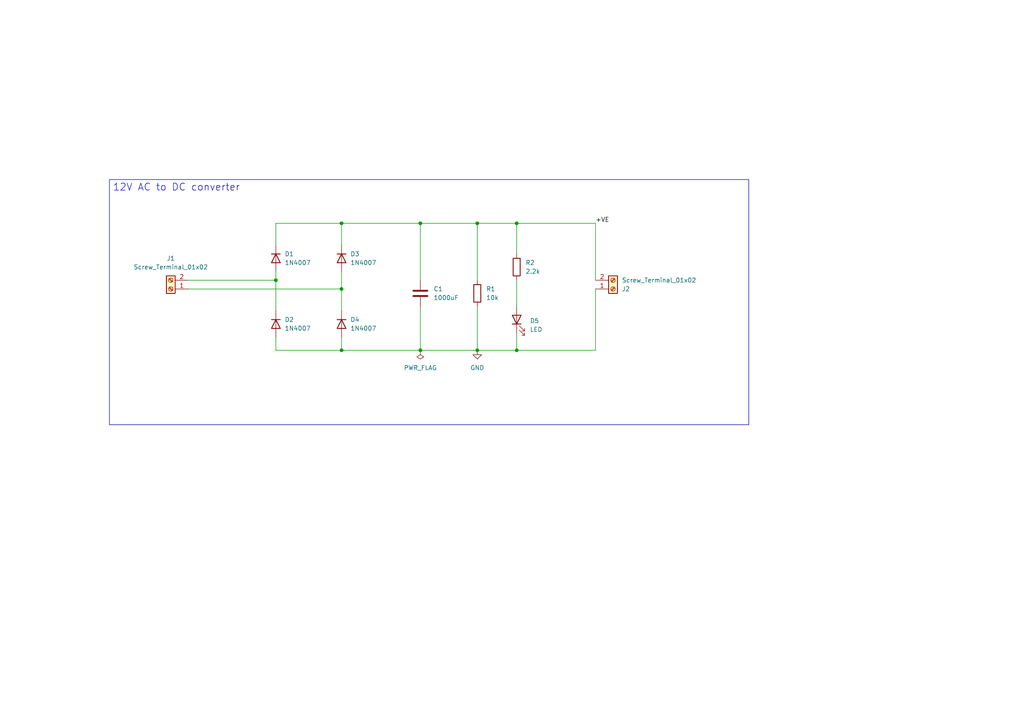
<source format=kicad_sch>
(kicad_sch
	(version 20250114)
	(generator "eeschema")
	(generator_version "9.0")
	(uuid "aad5f310-d43e-4486-8fc8-5a4cab25f95e")
	(paper "A4")
	(title_block
		(title "ACtoDCconverter")
		(date "2025-12-18")
	)
	(lib_symbols
		(symbol "Connector:Screw_Terminal_01x02"
			(pin_names
				(offset 1.016)
				(hide yes)
			)
			(exclude_from_sim no)
			(in_bom yes)
			(on_board yes)
			(property "Reference" "J"
				(at 0 2.54 0)
				(effects
					(font
						(size 1.27 1.27)
					)
				)
			)
			(property "Value" "Screw_Terminal_01x02"
				(at 0 -5.08 0)
				(effects
					(font
						(size 1.27 1.27)
					)
				)
			)
			(property "Footprint" ""
				(at 0 0 0)
				(effects
					(font
						(size 1.27 1.27)
					)
					(hide yes)
				)
			)
			(property "Datasheet" "~"
				(at 0 0 0)
				(effects
					(font
						(size 1.27 1.27)
					)
					(hide yes)
				)
			)
			(property "Description" "Generic screw terminal, single row, 01x02, script generated (kicad-library-utils/schlib/autogen/connector/)"
				(at 0 0 0)
				(effects
					(font
						(size 1.27 1.27)
					)
					(hide yes)
				)
			)
			(property "ki_keywords" "screw terminal"
				(at 0 0 0)
				(effects
					(font
						(size 1.27 1.27)
					)
					(hide yes)
				)
			)
			(property "ki_fp_filters" "TerminalBlock*:*"
				(at 0 0 0)
				(effects
					(font
						(size 1.27 1.27)
					)
					(hide yes)
				)
			)
			(symbol "Screw_Terminal_01x02_1_1"
				(rectangle
					(start -1.27 1.27)
					(end 1.27 -3.81)
					(stroke
						(width 0.254)
						(type default)
					)
					(fill
						(type background)
					)
				)
				(polyline
					(pts
						(xy -0.5334 0.3302) (xy 0.3302 -0.508)
					)
					(stroke
						(width 0.1524)
						(type default)
					)
					(fill
						(type none)
					)
				)
				(polyline
					(pts
						(xy -0.5334 -2.2098) (xy 0.3302 -3.048)
					)
					(stroke
						(width 0.1524)
						(type default)
					)
					(fill
						(type none)
					)
				)
				(polyline
					(pts
						(xy -0.3556 0.508) (xy 0.508 -0.3302)
					)
					(stroke
						(width 0.1524)
						(type default)
					)
					(fill
						(type none)
					)
				)
				(polyline
					(pts
						(xy -0.3556 -2.032) (xy 0.508 -2.8702)
					)
					(stroke
						(width 0.1524)
						(type default)
					)
					(fill
						(type none)
					)
				)
				(circle
					(center 0 0)
					(radius 0.635)
					(stroke
						(width 0.1524)
						(type default)
					)
					(fill
						(type none)
					)
				)
				(circle
					(center 0 -2.54)
					(radius 0.635)
					(stroke
						(width 0.1524)
						(type default)
					)
					(fill
						(type none)
					)
				)
				(pin passive line
					(at -5.08 0 0)
					(length 3.81)
					(name "Pin_1"
						(effects
							(font
								(size 1.27 1.27)
							)
						)
					)
					(number "1"
						(effects
							(font
								(size 1.27 1.27)
							)
						)
					)
				)
				(pin passive line
					(at -5.08 -2.54 0)
					(length 3.81)
					(name "Pin_2"
						(effects
							(font
								(size 1.27 1.27)
							)
						)
					)
					(number "2"
						(effects
							(font
								(size 1.27 1.27)
							)
						)
					)
				)
			)
			(embedded_fonts no)
		)
		(symbol "Device:C"
			(pin_numbers
				(hide yes)
			)
			(pin_names
				(offset 0.254)
			)
			(exclude_from_sim no)
			(in_bom yes)
			(on_board yes)
			(property "Reference" "C"
				(at 0.635 2.54 0)
				(effects
					(font
						(size 1.27 1.27)
					)
					(justify left)
				)
			)
			(property "Value" "C"
				(at 0.635 -2.54 0)
				(effects
					(font
						(size 1.27 1.27)
					)
					(justify left)
				)
			)
			(property "Footprint" ""
				(at 0.9652 -3.81 0)
				(effects
					(font
						(size 1.27 1.27)
					)
					(hide yes)
				)
			)
			(property "Datasheet" "~"
				(at 0 0 0)
				(effects
					(font
						(size 1.27 1.27)
					)
					(hide yes)
				)
			)
			(property "Description" "Unpolarized capacitor"
				(at 0 0 0)
				(effects
					(font
						(size 1.27 1.27)
					)
					(hide yes)
				)
			)
			(property "ki_keywords" "cap capacitor"
				(at 0 0 0)
				(effects
					(font
						(size 1.27 1.27)
					)
					(hide yes)
				)
			)
			(property "ki_fp_filters" "C_*"
				(at 0 0 0)
				(effects
					(font
						(size 1.27 1.27)
					)
					(hide yes)
				)
			)
			(symbol "C_0_1"
				(polyline
					(pts
						(xy -2.032 0.762) (xy 2.032 0.762)
					)
					(stroke
						(width 0.508)
						(type default)
					)
					(fill
						(type none)
					)
				)
				(polyline
					(pts
						(xy -2.032 -0.762) (xy 2.032 -0.762)
					)
					(stroke
						(width 0.508)
						(type default)
					)
					(fill
						(type none)
					)
				)
			)
			(symbol "C_1_1"
				(pin passive line
					(at 0 3.81 270)
					(length 2.794)
					(name "~"
						(effects
							(font
								(size 1.27 1.27)
							)
						)
					)
					(number "1"
						(effects
							(font
								(size 1.27 1.27)
							)
						)
					)
				)
				(pin passive line
					(at 0 -3.81 90)
					(length 2.794)
					(name "~"
						(effects
							(font
								(size 1.27 1.27)
							)
						)
					)
					(number "2"
						(effects
							(font
								(size 1.27 1.27)
							)
						)
					)
				)
			)
			(embedded_fonts no)
		)
		(symbol "Device:LED"
			(pin_numbers
				(hide yes)
			)
			(pin_names
				(offset 1.016)
				(hide yes)
			)
			(exclude_from_sim no)
			(in_bom yes)
			(on_board yes)
			(property "Reference" "D"
				(at 0 2.54 0)
				(effects
					(font
						(size 1.27 1.27)
					)
				)
			)
			(property "Value" "LED"
				(at 0 -2.54 0)
				(effects
					(font
						(size 1.27 1.27)
					)
				)
			)
			(property "Footprint" ""
				(at 0 0 0)
				(effects
					(font
						(size 1.27 1.27)
					)
					(hide yes)
				)
			)
			(property "Datasheet" "~"
				(at 0 0 0)
				(effects
					(font
						(size 1.27 1.27)
					)
					(hide yes)
				)
			)
			(property "Description" "Light emitting diode"
				(at 0 0 0)
				(effects
					(font
						(size 1.27 1.27)
					)
					(hide yes)
				)
			)
			(property "Sim.Pins" "1=K 2=A"
				(at 0 0 0)
				(effects
					(font
						(size 1.27 1.27)
					)
					(hide yes)
				)
			)
			(property "ki_keywords" "LED diode"
				(at 0 0 0)
				(effects
					(font
						(size 1.27 1.27)
					)
					(hide yes)
				)
			)
			(property "ki_fp_filters" "LED* LED_SMD:* LED_THT:*"
				(at 0 0 0)
				(effects
					(font
						(size 1.27 1.27)
					)
					(hide yes)
				)
			)
			(symbol "LED_0_1"
				(polyline
					(pts
						(xy -3.048 -0.762) (xy -4.572 -2.286) (xy -3.81 -2.286) (xy -4.572 -2.286) (xy -4.572 -1.524)
					)
					(stroke
						(width 0)
						(type default)
					)
					(fill
						(type none)
					)
				)
				(polyline
					(pts
						(xy -1.778 -0.762) (xy -3.302 -2.286) (xy -2.54 -2.286) (xy -3.302 -2.286) (xy -3.302 -1.524)
					)
					(stroke
						(width 0)
						(type default)
					)
					(fill
						(type none)
					)
				)
				(polyline
					(pts
						(xy -1.27 0) (xy 1.27 0)
					)
					(stroke
						(width 0)
						(type default)
					)
					(fill
						(type none)
					)
				)
				(polyline
					(pts
						(xy -1.27 -1.27) (xy -1.27 1.27)
					)
					(stroke
						(width 0.254)
						(type default)
					)
					(fill
						(type none)
					)
				)
				(polyline
					(pts
						(xy 1.27 -1.27) (xy 1.27 1.27) (xy -1.27 0) (xy 1.27 -1.27)
					)
					(stroke
						(width 0.254)
						(type default)
					)
					(fill
						(type none)
					)
				)
			)
			(symbol "LED_1_1"
				(pin passive line
					(at -3.81 0 0)
					(length 2.54)
					(name "K"
						(effects
							(font
								(size 1.27 1.27)
							)
						)
					)
					(number "1"
						(effects
							(font
								(size 1.27 1.27)
							)
						)
					)
				)
				(pin passive line
					(at 3.81 0 180)
					(length 2.54)
					(name "A"
						(effects
							(font
								(size 1.27 1.27)
							)
						)
					)
					(number "2"
						(effects
							(font
								(size 1.27 1.27)
							)
						)
					)
				)
			)
			(embedded_fonts no)
		)
		(symbol "Device:R"
			(pin_numbers
				(hide yes)
			)
			(pin_names
				(offset 0)
			)
			(exclude_from_sim no)
			(in_bom yes)
			(on_board yes)
			(property "Reference" "R"
				(at 2.032 0 90)
				(effects
					(font
						(size 1.27 1.27)
					)
				)
			)
			(property "Value" "R"
				(at 0 0 90)
				(effects
					(font
						(size 1.27 1.27)
					)
				)
			)
			(property "Footprint" ""
				(at -1.778 0 90)
				(effects
					(font
						(size 1.27 1.27)
					)
					(hide yes)
				)
			)
			(property "Datasheet" "~"
				(at 0 0 0)
				(effects
					(font
						(size 1.27 1.27)
					)
					(hide yes)
				)
			)
			(property "Description" "Resistor"
				(at 0 0 0)
				(effects
					(font
						(size 1.27 1.27)
					)
					(hide yes)
				)
			)
			(property "ki_keywords" "R res resistor"
				(at 0 0 0)
				(effects
					(font
						(size 1.27 1.27)
					)
					(hide yes)
				)
			)
			(property "ki_fp_filters" "R_*"
				(at 0 0 0)
				(effects
					(font
						(size 1.27 1.27)
					)
					(hide yes)
				)
			)
			(symbol "R_0_1"
				(rectangle
					(start -1.016 -2.54)
					(end 1.016 2.54)
					(stroke
						(width 0.254)
						(type default)
					)
					(fill
						(type none)
					)
				)
			)
			(symbol "R_1_1"
				(pin passive line
					(at 0 3.81 270)
					(length 1.27)
					(name "~"
						(effects
							(font
								(size 1.27 1.27)
							)
						)
					)
					(number "1"
						(effects
							(font
								(size 1.27 1.27)
							)
						)
					)
				)
				(pin passive line
					(at 0 -3.81 90)
					(length 1.27)
					(name "~"
						(effects
							(font
								(size 1.27 1.27)
							)
						)
					)
					(number "2"
						(effects
							(font
								(size 1.27 1.27)
							)
						)
					)
				)
			)
			(embedded_fonts no)
		)
		(symbol "Diode:1N4007"
			(pin_numbers
				(hide yes)
			)
			(pin_names
				(hide yes)
			)
			(exclude_from_sim no)
			(in_bom yes)
			(on_board yes)
			(property "Reference" "D"
				(at 0 2.54 0)
				(effects
					(font
						(size 1.27 1.27)
					)
				)
			)
			(property "Value" "1N4007"
				(at 0 -2.54 0)
				(effects
					(font
						(size 1.27 1.27)
					)
				)
			)
			(property "Footprint" "Diode_THT:D_DO-41_SOD81_P10.16mm_Horizontal"
				(at 0 -4.445 0)
				(effects
					(font
						(size 1.27 1.27)
					)
					(hide yes)
				)
			)
			(property "Datasheet" "http://www.vishay.com/docs/88503/1n4001.pdf"
				(at 0 0 0)
				(effects
					(font
						(size 1.27 1.27)
					)
					(hide yes)
				)
			)
			(property "Description" "1000V 1A General Purpose Rectifier Diode, DO-41"
				(at 0 0 0)
				(effects
					(font
						(size 1.27 1.27)
					)
					(hide yes)
				)
			)
			(property "Sim.Device" "D"
				(at 0 0 0)
				(effects
					(font
						(size 1.27 1.27)
					)
					(hide yes)
				)
			)
			(property "Sim.Pins" "1=K 2=A"
				(at 0 0 0)
				(effects
					(font
						(size 1.27 1.27)
					)
					(hide yes)
				)
			)
			(property "ki_keywords" "diode"
				(at 0 0 0)
				(effects
					(font
						(size 1.27 1.27)
					)
					(hide yes)
				)
			)
			(property "ki_fp_filters" "D*DO?41*"
				(at 0 0 0)
				(effects
					(font
						(size 1.27 1.27)
					)
					(hide yes)
				)
			)
			(symbol "1N4007_0_1"
				(polyline
					(pts
						(xy -1.27 1.27) (xy -1.27 -1.27)
					)
					(stroke
						(width 0.254)
						(type default)
					)
					(fill
						(type none)
					)
				)
				(polyline
					(pts
						(xy 1.27 1.27) (xy 1.27 -1.27) (xy -1.27 0) (xy 1.27 1.27)
					)
					(stroke
						(width 0.254)
						(type default)
					)
					(fill
						(type none)
					)
				)
				(polyline
					(pts
						(xy 1.27 0) (xy -1.27 0)
					)
					(stroke
						(width 0)
						(type default)
					)
					(fill
						(type none)
					)
				)
			)
			(symbol "1N4007_1_1"
				(pin passive line
					(at -3.81 0 0)
					(length 2.54)
					(name "K"
						(effects
							(font
								(size 1.27 1.27)
							)
						)
					)
					(number "1"
						(effects
							(font
								(size 1.27 1.27)
							)
						)
					)
				)
				(pin passive line
					(at 3.81 0 180)
					(length 2.54)
					(name "A"
						(effects
							(font
								(size 1.27 1.27)
							)
						)
					)
					(number "2"
						(effects
							(font
								(size 1.27 1.27)
							)
						)
					)
				)
			)
			(embedded_fonts no)
		)
		(symbol "power:GND"
			(power)
			(pin_numbers
				(hide yes)
			)
			(pin_names
				(offset 0)
				(hide yes)
			)
			(exclude_from_sim no)
			(in_bom yes)
			(on_board yes)
			(property "Reference" "#PWR"
				(at 0 -6.35 0)
				(effects
					(font
						(size 1.27 1.27)
					)
					(hide yes)
				)
			)
			(property "Value" "GND"
				(at 0 -3.81 0)
				(effects
					(font
						(size 1.27 1.27)
					)
				)
			)
			(property "Footprint" ""
				(at 0 0 0)
				(effects
					(font
						(size 1.27 1.27)
					)
					(hide yes)
				)
			)
			(property "Datasheet" ""
				(at 0 0 0)
				(effects
					(font
						(size 1.27 1.27)
					)
					(hide yes)
				)
			)
			(property "Description" "Power symbol creates a global label with name \"GND\" , ground"
				(at 0 0 0)
				(effects
					(font
						(size 1.27 1.27)
					)
					(hide yes)
				)
			)
			(property "ki_keywords" "global power"
				(at 0 0 0)
				(effects
					(font
						(size 1.27 1.27)
					)
					(hide yes)
				)
			)
			(symbol "GND_0_1"
				(polyline
					(pts
						(xy 0 0) (xy 0 -1.27) (xy 1.27 -1.27) (xy 0 -2.54) (xy -1.27 -1.27) (xy 0 -1.27)
					)
					(stroke
						(width 0)
						(type default)
					)
					(fill
						(type none)
					)
				)
			)
			(symbol "GND_1_1"
				(pin power_in line
					(at 0 0 270)
					(length 0)
					(name "~"
						(effects
							(font
								(size 1.27 1.27)
							)
						)
					)
					(number "1"
						(effects
							(font
								(size 1.27 1.27)
							)
						)
					)
				)
			)
			(embedded_fonts no)
		)
		(symbol "power:PWR_FLAG"
			(power)
			(pin_numbers
				(hide yes)
			)
			(pin_names
				(offset 0)
				(hide yes)
			)
			(exclude_from_sim no)
			(in_bom yes)
			(on_board yes)
			(property "Reference" "#FLG"
				(at 0 1.905 0)
				(effects
					(font
						(size 1.27 1.27)
					)
					(hide yes)
				)
			)
			(property "Value" "PWR_FLAG"
				(at 0 3.81 0)
				(effects
					(font
						(size 1.27 1.27)
					)
				)
			)
			(property "Footprint" ""
				(at 0 0 0)
				(effects
					(font
						(size 1.27 1.27)
					)
					(hide yes)
				)
			)
			(property "Datasheet" "~"
				(at 0 0 0)
				(effects
					(font
						(size 1.27 1.27)
					)
					(hide yes)
				)
			)
			(property "Description" "Special symbol for telling ERC where power comes from"
				(at 0 0 0)
				(effects
					(font
						(size 1.27 1.27)
					)
					(hide yes)
				)
			)
			(property "ki_keywords" "flag power"
				(at 0 0 0)
				(effects
					(font
						(size 1.27 1.27)
					)
					(hide yes)
				)
			)
			(symbol "PWR_FLAG_0_0"
				(pin power_out line
					(at 0 0 90)
					(length 0)
					(name "~"
						(effects
							(font
								(size 1.27 1.27)
							)
						)
					)
					(number "1"
						(effects
							(font
								(size 1.27 1.27)
							)
						)
					)
				)
			)
			(symbol "PWR_FLAG_0_1"
				(polyline
					(pts
						(xy 0 0) (xy 0 1.27) (xy -1.016 1.905) (xy 0 2.54) (xy 1.016 1.905) (xy 0 1.27)
					)
					(stroke
						(width 0)
						(type default)
					)
					(fill
						(type none)
					)
				)
			)
			(embedded_fonts no)
		)
	)
	(text_box "12V AC to DC converter\n"
		(exclude_from_sim no)
		(at 31.75 52.07 0)
		(size 185.42 71.12)
		(margins 0.9525 0.9525 0.9525 0.9525)
		(stroke
			(width 0)
			(type solid)
		)
		(fill
			(type none)
		)
		(effects
			(font
				(size 2.032 2.032)
			)
			(justify left top)
		)
		(uuid "c50e3033-a740-4f80-b0ba-34bfc5a31ace")
	)
	(junction
		(at 138.43 64.77)
		(diameter 0)
		(color 0 0 0 0)
		(uuid "1147f216-4073-4e24-8d56-ac557f3c5ca5")
	)
	(junction
		(at 149.86 64.77)
		(diameter 0)
		(color 0 0 0 0)
		(uuid "42155bc7-b723-4479-bd48-7f721b6c774e")
	)
	(junction
		(at 121.92 101.6)
		(diameter 0)
		(color 0 0 0 0)
		(uuid "4961c612-4188-484a-a8e3-f30fab74f0fd")
	)
	(junction
		(at 138.43 101.6)
		(diameter 0)
		(color 0 0 0 0)
		(uuid "49d42e35-1985-4c9d-b0e1-320d919ae74e")
	)
	(junction
		(at 149.86 101.6)
		(diameter 0)
		(color 0 0 0 0)
		(uuid "617848c6-811d-4405-b898-79c02c731273")
	)
	(junction
		(at 121.92 64.77)
		(diameter 0)
		(color 0 0 0 0)
		(uuid "697ead9e-df92-4f8a-b633-b0aef1e5a708")
	)
	(junction
		(at 99.06 101.6)
		(diameter 0)
		(color 0 0 0 0)
		(uuid "8a127551-9aa6-4152-a578-f2791f539964")
	)
	(junction
		(at 80.01 81.28)
		(diameter 0)
		(color 0 0 0 0)
		(uuid "aa11a10d-3254-4ad1-93e2-5eb25f0a6891")
	)
	(junction
		(at 99.06 64.77)
		(diameter 0)
		(color 0 0 0 0)
		(uuid "cc1f12b2-ca0e-4d02-a3e4-d84ff843ba14")
	)
	(junction
		(at 99.06 83.82)
		(diameter 0)
		(color 0 0 0 0)
		(uuid "f9f756ce-1ce9-420a-9587-e15c323f3122")
	)
	(wire
		(pts
			(xy 80.01 81.28) (xy 80.01 90.17)
		)
		(stroke
			(width 0)
			(type default)
		)
		(uuid "010be160-d74a-40b6-8db8-39b0ad2abae5")
	)
	(wire
		(pts
			(xy 99.06 97.79) (xy 99.06 101.6)
		)
		(stroke
			(width 0)
			(type default)
		)
		(uuid "12755844-61c0-40f7-84ad-494abc7ac9c7")
	)
	(wire
		(pts
			(xy 99.06 71.12) (xy 99.06 64.77)
		)
		(stroke
			(width 0)
			(type default)
		)
		(uuid "274d1f8c-48cc-4bb4-8e53-6a0bf4967268")
	)
	(wire
		(pts
			(xy 121.92 88.9) (xy 121.92 101.6)
		)
		(stroke
			(width 0)
			(type default)
		)
		(uuid "33969b02-616d-4b31-9624-3c6d171c90ee")
	)
	(wire
		(pts
			(xy 138.43 101.6) (xy 121.92 101.6)
		)
		(stroke
			(width 0)
			(type default)
		)
		(uuid "35909c02-2bf2-4505-9f63-dd97fbcea40b")
	)
	(wire
		(pts
			(xy 149.86 101.6) (xy 138.43 101.6)
		)
		(stroke
			(width 0)
			(type default)
		)
		(uuid "384d17f4-0d4f-44b4-b684-079006977ead")
	)
	(wire
		(pts
			(xy 138.43 64.77) (xy 121.92 64.77)
		)
		(stroke
			(width 0)
			(type default)
		)
		(uuid "3a767617-f022-4369-8675-ddd5540c8228")
	)
	(wire
		(pts
			(xy 99.06 64.77) (xy 121.92 64.77)
		)
		(stroke
			(width 0)
			(type default)
		)
		(uuid "3ea94cb4-0d0a-492b-970c-ec27d9a9f713")
	)
	(wire
		(pts
			(xy 172.72 101.6) (xy 149.86 101.6)
		)
		(stroke
			(width 0)
			(type default)
		)
		(uuid "425a376c-2b7f-4f99-b6e2-740eaedbb867")
	)
	(wire
		(pts
			(xy 149.86 64.77) (xy 172.72 64.77)
		)
		(stroke
			(width 0)
			(type default)
		)
		(uuid "46fa821d-fb7b-4cba-8ef5-f3b3a8163c13")
	)
	(wire
		(pts
			(xy 149.86 96.52) (xy 149.86 101.6)
		)
		(stroke
			(width 0)
			(type default)
		)
		(uuid "6373a143-0b73-411c-8022-73d544c9a6ac")
	)
	(wire
		(pts
			(xy 80.01 64.77) (xy 80.01 71.12)
		)
		(stroke
			(width 0)
			(type default)
		)
		(uuid "6734fa8b-af4a-402d-a896-a474ad4f08ca")
	)
	(wire
		(pts
			(xy 80.01 97.79) (xy 80.01 101.6)
		)
		(stroke
			(width 0)
			(type default)
		)
		(uuid "6837ccea-3e68-40f0-8055-6738e5fe46b4")
	)
	(wire
		(pts
			(xy 149.86 81.28) (xy 149.86 88.9)
		)
		(stroke
			(width 0)
			(type default)
		)
		(uuid "71acc8ad-7950-4c5b-9098-948b5e9e83c1")
	)
	(wire
		(pts
			(xy 99.06 83.82) (xy 99.06 90.17)
		)
		(stroke
			(width 0)
			(type default)
		)
		(uuid "71b84338-206e-4507-ad10-e5f5b723461c")
	)
	(wire
		(pts
			(xy 138.43 81.28) (xy 138.43 64.77)
		)
		(stroke
			(width 0)
			(type default)
		)
		(uuid "7834adb0-9a1d-4032-b9c1-15de432d3f37")
	)
	(wire
		(pts
			(xy 99.06 78.74) (xy 99.06 83.82)
		)
		(stroke
			(width 0)
			(type default)
		)
		(uuid "91d81252-a52b-4209-b100-17a74d466299")
	)
	(wire
		(pts
			(xy 172.72 83.82) (xy 172.72 101.6)
		)
		(stroke
			(width 0)
			(type default)
		)
		(uuid "944fe4c4-ab12-48c0-89ef-22c4fa82dfcb")
	)
	(wire
		(pts
			(xy 80.01 78.74) (xy 80.01 81.28)
		)
		(stroke
			(width 0)
			(type default)
		)
		(uuid "98c35ee5-481b-47ee-821e-0f18f55c12ee")
	)
	(wire
		(pts
			(xy 138.43 64.77) (xy 149.86 64.77)
		)
		(stroke
			(width 0)
			(type default)
		)
		(uuid "a4429a97-3154-4981-9f1b-42d1ded7b11a")
	)
	(wire
		(pts
			(xy 172.72 81.28) (xy 172.72 64.77)
		)
		(stroke
			(width 0)
			(type default)
		)
		(uuid "ae860fcf-39a0-4a54-9be4-034b7c60c121")
	)
	(wire
		(pts
			(xy 121.92 81.28) (xy 121.92 64.77)
		)
		(stroke
			(width 0)
			(type default)
		)
		(uuid "c1458ee8-436e-43bd-934e-10149b52c673")
	)
	(wire
		(pts
			(xy 121.92 101.6) (xy 99.06 101.6)
		)
		(stroke
			(width 0)
			(type default)
		)
		(uuid "c80d743f-2fce-45a5-91d9-21ba9a743ed4")
	)
	(wire
		(pts
			(xy 149.86 73.66) (xy 149.86 64.77)
		)
		(stroke
			(width 0)
			(type default)
		)
		(uuid "d4bd0356-18cc-4212-ae8b-01e1d3660707")
	)
	(wire
		(pts
			(xy 54.61 83.82) (xy 99.06 83.82)
		)
		(stroke
			(width 0)
			(type default)
		)
		(uuid "e567e880-be1d-4958-9e42-fa0b06c13eb6")
	)
	(wire
		(pts
			(xy 138.43 88.9) (xy 138.43 101.6)
		)
		(stroke
			(width 0)
			(type default)
		)
		(uuid "e7eacd07-1d78-4dd3-b32e-d020a08c6efe")
	)
	(wire
		(pts
			(xy 80.01 101.6) (xy 99.06 101.6)
		)
		(stroke
			(width 0)
			(type default)
		)
		(uuid "f0b013d0-b05e-4b37-a95e-a352b7e9175b")
	)
	(wire
		(pts
			(xy 99.06 64.77) (xy 80.01 64.77)
		)
		(stroke
			(width 0)
			(type default)
		)
		(uuid "f1f05692-d3cd-40c8-9d73-85fbfce3c498")
	)
	(wire
		(pts
			(xy 54.61 81.28) (xy 80.01 81.28)
		)
		(stroke
			(width 0)
			(type default)
		)
		(uuid "fb039073-ea26-4222-8d0c-2aad6b4b8810")
	)
	(label "+VE"
		(at 172.72 64.77 0)
		(effects
			(font
				(size 1.27 1.27)
			)
			(justify left bottom)
		)
		(uuid "41c7546e-0ce3-4b78-bc6b-b9b4fca56649")
	)
	(symbol
		(lib_id "Diode:1N4007")
		(at 99.06 93.98 270)
		(unit 1)
		(exclude_from_sim no)
		(in_bom yes)
		(on_board yes)
		(dnp no)
		(fields_autoplaced yes)
		(uuid "16f90e80-2118-4084-99b0-6febab5c499b")
		(property "Reference" "D4"
			(at 101.6 92.7099 90)
			(effects
				(font
					(size 1.27 1.27)
				)
				(justify left)
			)
		)
		(property "Value" "1N4007"
			(at 101.6 95.2499 90)
			(effects
				(font
					(size 1.27 1.27)
				)
				(justify left)
			)
		)
		(property "Footprint" "Diode_THT:D_DO-41_SOD81_P10.16mm_Horizontal"
			(at 94.615 93.98 0)
			(effects
				(font
					(size 1.27 1.27)
				)
				(hide yes)
			)
		)
		(property "Datasheet" "http://www.vishay.com/docs/88503/1n4001.pdf"
			(at 99.06 93.98 0)
			(effects
				(font
					(size 1.27 1.27)
				)
				(hide yes)
			)
		)
		(property "Description" "1000V 1A General Purpose Rectifier Diode, DO-41"
			(at 99.06 93.98 0)
			(effects
				(font
					(size 1.27 1.27)
				)
				(hide yes)
			)
		)
		(property "Sim.Device" "D"
			(at 99.06 93.98 0)
			(effects
				(font
					(size 1.27 1.27)
				)
				(hide yes)
			)
		)
		(property "Sim.Pins" "1=K 2=A"
			(at 99.06 93.98 0)
			(effects
				(font
					(size 1.27 1.27)
				)
				(hide yes)
			)
		)
		(pin "1"
			(uuid "cbffde90-6ac0-4edb-ba82-438974e32450")
		)
		(pin "2"
			(uuid "df2963b2-7a42-4166-8723-ecf7e5614074")
		)
		(instances
			(project "ACtoDCconverter"
				(path "/aad5f310-d43e-4486-8fc8-5a4cab25f95e"
					(reference "D4")
					(unit 1)
				)
			)
		)
	)
	(symbol
		(lib_id "Diode:1N4007")
		(at 80.01 74.93 270)
		(unit 1)
		(exclude_from_sim no)
		(in_bom yes)
		(on_board yes)
		(dnp no)
		(fields_autoplaced yes)
		(uuid "25093c12-ee95-42c6-8949-5cfbc09474ea")
		(property "Reference" "D1"
			(at 82.55 73.6599 90)
			(effects
				(font
					(size 1.27 1.27)
				)
				(justify left)
			)
		)
		(property "Value" "1N4007"
			(at 82.55 76.1999 90)
			(effects
				(font
					(size 1.27 1.27)
				)
				(justify left)
			)
		)
		(property "Footprint" "Diode_THT:D_DO-41_SOD81_P10.16mm_Horizontal"
			(at 75.565 74.93 0)
			(effects
				(font
					(size 1.27 1.27)
				)
				(hide yes)
			)
		)
		(property "Datasheet" "http://www.vishay.com/docs/88503/1n4001.pdf"
			(at 80.01 74.93 0)
			(effects
				(font
					(size 1.27 1.27)
				)
				(hide yes)
			)
		)
		(property "Description" "1000V 1A General Purpose Rectifier Diode, DO-41"
			(at 80.01 74.93 0)
			(effects
				(font
					(size 1.27 1.27)
				)
				(hide yes)
			)
		)
		(property "Sim.Device" "D"
			(at 80.01 74.93 0)
			(effects
				(font
					(size 1.27 1.27)
				)
				(hide yes)
			)
		)
		(property "Sim.Pins" "1=K 2=A"
			(at 80.01 74.93 0)
			(effects
				(font
					(size 1.27 1.27)
				)
				(hide yes)
			)
		)
		(pin "1"
			(uuid "b8608678-6e5d-4c6b-bf92-8edb77be3709")
		)
		(pin "2"
			(uuid "f4b37d15-d3c2-4a6d-8bc7-942ada40f454")
		)
		(instances
			(project ""
				(path "/aad5f310-d43e-4486-8fc8-5a4cab25f95e"
					(reference "D1")
					(unit 1)
				)
			)
		)
	)
	(symbol
		(lib_id "power:PWR_FLAG")
		(at 121.92 101.6 180)
		(unit 1)
		(exclude_from_sim no)
		(in_bom yes)
		(on_board yes)
		(dnp no)
		(fields_autoplaced yes)
		(uuid "3b53aaa4-21b3-4bc2-b646-f5bdca81818b")
		(property "Reference" "#FLG01"
			(at 121.92 103.505 0)
			(effects
				(font
					(size 1.27 1.27)
				)
				(hide yes)
			)
		)
		(property "Value" "PWR_FLAG"
			(at 121.92 106.68 0)
			(effects
				(font
					(size 1.27 1.27)
				)
			)
		)
		(property "Footprint" ""
			(at 121.92 101.6 0)
			(effects
				(font
					(size 1.27 1.27)
				)
				(hide yes)
			)
		)
		(property "Datasheet" "~"
			(at 121.92 101.6 0)
			(effects
				(font
					(size 1.27 1.27)
				)
				(hide yes)
			)
		)
		(property "Description" "Special symbol for telling ERC where power comes from"
			(at 121.92 101.6 0)
			(effects
				(font
					(size 1.27 1.27)
				)
				(hide yes)
			)
		)
		(pin "1"
			(uuid "7c5dcb3e-11ed-43c1-9af1-986598fe9cc7")
		)
		(instances
			(project ""
				(path "/aad5f310-d43e-4486-8fc8-5a4cab25f95e"
					(reference "#FLG01")
					(unit 1)
				)
			)
		)
	)
	(symbol
		(lib_id "Connector:Screw_Terminal_01x02")
		(at 177.8 83.82 0)
		(mirror x)
		(unit 1)
		(exclude_from_sim no)
		(in_bom yes)
		(on_board yes)
		(dnp no)
		(uuid "6020586a-05ec-48a6-8d70-dad55b674981")
		(property "Reference" "J2"
			(at 180.34 83.8201 0)
			(effects
				(font
					(size 1.27 1.27)
				)
				(justify left)
			)
		)
		(property "Value" "Screw_Terminal_01x02"
			(at 180.34 81.2801 0)
			(effects
				(font
					(size 1.27 1.27)
				)
				(justify left)
			)
		)
		(property "Footprint" "TerminalBlock_Phoenix:TerminalBlock_Phoenix_MKDS-1,5-2-5.08_1x02_P5.08mm_Horizontal"
			(at 177.8 83.82 0)
			(effects
				(font
					(size 1.27 1.27)
				)
				(hide yes)
			)
		)
		(property "Datasheet" "~"
			(at 177.8 83.82 0)
			(effects
				(font
					(size 1.27 1.27)
				)
				(hide yes)
			)
		)
		(property "Description" "Generic screw terminal, single row, 01x02, script generated (kicad-library-utils/schlib/autogen/connector/)"
			(at 177.8 83.82 0)
			(effects
				(font
					(size 1.27 1.27)
				)
				(hide yes)
			)
		)
		(pin "1"
			(uuid "c3acb425-e88d-41a8-bb56-21c622a64d56")
		)
		(pin "2"
			(uuid "710f2ea5-7dcc-4d48-82fe-8d3aa38fb311")
		)
		(instances
			(project ""
				(path "/aad5f310-d43e-4486-8fc8-5a4cab25f95e"
					(reference "J2")
					(unit 1)
				)
			)
		)
	)
	(symbol
		(lib_id "Device:C")
		(at 121.92 85.09 0)
		(unit 1)
		(exclude_from_sim no)
		(in_bom yes)
		(on_board yes)
		(dnp no)
		(fields_autoplaced yes)
		(uuid "66c29532-f991-4918-9a06-6274c5799bbc")
		(property "Reference" "C1"
			(at 125.73 83.8199 0)
			(effects
				(font
					(size 1.27 1.27)
				)
				(justify left)
			)
		)
		(property "Value" "1000uF"
			(at 125.73 86.3599 0)
			(effects
				(font
					(size 1.27 1.27)
				)
				(justify left)
			)
		)
		(property "Footprint" "Capacitor_THT:C_Radial_D8.0mm_H11.5mm_P3.50mm"
			(at 122.8852 88.9 0)
			(effects
				(font
					(size 1.27 1.27)
				)
				(hide yes)
			)
		)
		(property "Datasheet" "~"
			(at 121.92 85.09 0)
			(effects
				(font
					(size 1.27 1.27)
				)
				(hide yes)
			)
		)
		(property "Description" "Unpolarized capacitor"
			(at 121.92 85.09 0)
			(effects
				(font
					(size 1.27 1.27)
				)
				(hide yes)
			)
		)
		(pin "1"
			(uuid "2514fd27-cbee-4b01-bc88-d3aba415e963")
		)
		(pin "2"
			(uuid "a3279f0a-8ce1-4bed-b9a7-114fb13b2ff6")
		)
		(instances
			(project ""
				(path "/aad5f310-d43e-4486-8fc8-5a4cab25f95e"
					(reference "C1")
					(unit 1)
				)
			)
		)
	)
	(symbol
		(lib_id "Device:R")
		(at 138.43 85.09 0)
		(unit 1)
		(exclude_from_sim no)
		(in_bom yes)
		(on_board yes)
		(dnp no)
		(fields_autoplaced yes)
		(uuid "71ac2130-2b2e-499b-b69f-c59fba43ca77")
		(property "Reference" "R1"
			(at 140.97 83.8199 0)
			(effects
				(font
					(size 1.27 1.27)
				)
				(justify left)
			)
		)
		(property "Value" "10k"
			(at 140.97 86.3599 0)
			(effects
				(font
					(size 1.27 1.27)
				)
				(justify left)
			)
		)
		(property "Footprint" "Resistor_THT:R_Axial_DIN0204_L3.6mm_D1.6mm_P7.62mm_Horizontal"
			(at 136.652 85.09 90)
			(effects
				(font
					(size 1.27 1.27)
				)
				(hide yes)
			)
		)
		(property "Datasheet" "~"
			(at 138.43 85.09 0)
			(effects
				(font
					(size 1.27 1.27)
				)
				(hide yes)
			)
		)
		(property "Description" "Resistor"
			(at 138.43 85.09 0)
			(effects
				(font
					(size 1.27 1.27)
				)
				(hide yes)
			)
		)
		(pin "1"
			(uuid "f8e6d21e-edf2-41c8-b257-a1ee158021fd")
		)
		(pin "2"
			(uuid "6217bb5c-ae29-4113-8dd4-f6fe8bcbc364")
		)
		(instances
			(project "ACtoDCconverter"
				(path "/aad5f310-d43e-4486-8fc8-5a4cab25f95e"
					(reference "R1")
					(unit 1)
				)
			)
		)
	)
	(symbol
		(lib_id "Diode:1N4007")
		(at 80.01 93.98 270)
		(unit 1)
		(exclude_from_sim no)
		(in_bom yes)
		(on_board yes)
		(dnp no)
		(fields_autoplaced yes)
		(uuid "72d31ed8-0edc-45c4-b9ca-21132c0b6351")
		(property "Reference" "D2"
			(at 82.55 92.7099 90)
			(effects
				(font
					(size 1.27 1.27)
				)
				(justify left)
			)
		)
		(property "Value" "1N4007"
			(at 82.55 95.2499 90)
			(effects
				(font
					(size 1.27 1.27)
				)
				(justify left)
			)
		)
		(property "Footprint" "Diode_THT:D_DO-41_SOD81_P10.16mm_Horizontal"
			(at 75.565 93.98 0)
			(effects
				(font
					(size 1.27 1.27)
				)
				(hide yes)
			)
		)
		(property "Datasheet" "http://www.vishay.com/docs/88503/1n4001.pdf"
			(at 80.01 93.98 0)
			(effects
				(font
					(size 1.27 1.27)
				)
				(hide yes)
			)
		)
		(property "Description" "1000V 1A General Purpose Rectifier Diode, DO-41"
			(at 80.01 93.98 0)
			(effects
				(font
					(size 1.27 1.27)
				)
				(hide yes)
			)
		)
		(property "Sim.Device" "D"
			(at 80.01 93.98 0)
			(effects
				(font
					(size 1.27 1.27)
				)
				(hide yes)
			)
		)
		(property "Sim.Pins" "1=K 2=A"
			(at 80.01 93.98 0)
			(effects
				(font
					(size 1.27 1.27)
				)
				(hide yes)
			)
		)
		(pin "1"
			(uuid "11ceb571-ecad-4121-abba-96223fb126d9")
		)
		(pin "2"
			(uuid "2439a529-4b94-4df5-9f19-f022aae09fdd")
		)
		(instances
			(project "ACtoDCconverter"
				(path "/aad5f310-d43e-4486-8fc8-5a4cab25f95e"
					(reference "D2")
					(unit 1)
				)
			)
		)
	)
	(symbol
		(lib_id "power:GND")
		(at 138.43 101.6 0)
		(unit 1)
		(exclude_from_sim no)
		(in_bom yes)
		(on_board yes)
		(dnp no)
		(fields_autoplaced yes)
		(uuid "831a9980-5690-4506-80fd-612d53a8ca25")
		(property "Reference" "#PWR01"
			(at 138.43 107.95 0)
			(effects
				(font
					(size 1.27 1.27)
				)
				(hide yes)
			)
		)
		(property "Value" "GND"
			(at 138.43 106.68 0)
			(effects
				(font
					(size 1.27 1.27)
				)
			)
		)
		(property "Footprint" ""
			(at 138.43 101.6 0)
			(effects
				(font
					(size 1.27 1.27)
				)
				(hide yes)
			)
		)
		(property "Datasheet" ""
			(at 138.43 101.6 0)
			(effects
				(font
					(size 1.27 1.27)
				)
				(hide yes)
			)
		)
		(property "Description" "Power symbol creates a global label with name \"GND\" , ground"
			(at 138.43 101.6 0)
			(effects
				(font
					(size 1.27 1.27)
				)
				(hide yes)
			)
		)
		(pin "1"
			(uuid "fcd18e64-1876-41ef-b401-3874d5ee56a3")
		)
		(instances
			(project ""
				(path "/aad5f310-d43e-4486-8fc8-5a4cab25f95e"
					(reference "#PWR01")
					(unit 1)
				)
			)
		)
	)
	(symbol
		(lib_id "Diode:1N4007")
		(at 99.06 74.93 270)
		(unit 1)
		(exclude_from_sim no)
		(in_bom yes)
		(on_board yes)
		(dnp no)
		(fields_autoplaced yes)
		(uuid "a663def0-7ba5-4da0-af2b-a4f8411c5e5b")
		(property "Reference" "D3"
			(at 101.6 73.6599 90)
			(effects
				(font
					(size 1.27 1.27)
				)
				(justify left)
			)
		)
		(property "Value" "1N4007"
			(at 101.6 76.1999 90)
			(effects
				(font
					(size 1.27 1.27)
				)
				(justify left)
			)
		)
		(property "Footprint" "Diode_THT:D_DO-41_SOD81_P10.16mm_Horizontal"
			(at 94.615 74.93 0)
			(effects
				(font
					(size 1.27 1.27)
				)
				(hide yes)
			)
		)
		(property "Datasheet" "http://www.vishay.com/docs/88503/1n4001.pdf"
			(at 99.06 74.93 0)
			(effects
				(font
					(size 1.27 1.27)
				)
				(hide yes)
			)
		)
		(property "Description" "1000V 1A General Purpose Rectifier Diode, DO-41"
			(at 99.06 74.93 0)
			(effects
				(font
					(size 1.27 1.27)
				)
				(hide yes)
			)
		)
		(property "Sim.Device" "D"
			(at 99.06 74.93 0)
			(effects
				(font
					(size 1.27 1.27)
				)
				(hide yes)
			)
		)
		(property "Sim.Pins" "1=K 2=A"
			(at 99.06 74.93 0)
			(effects
				(font
					(size 1.27 1.27)
				)
				(hide yes)
			)
		)
		(pin "1"
			(uuid "828e1fd5-13d9-4d4a-b9fc-372dbf2495a2")
		)
		(pin "2"
			(uuid "65acdda9-5d60-4c21-9a28-c1677432a5fc")
		)
		(instances
			(project "ACtoDCconverter"
				(path "/aad5f310-d43e-4486-8fc8-5a4cab25f95e"
					(reference "D3")
					(unit 1)
				)
			)
		)
	)
	(symbol
		(lib_id "Device:LED")
		(at 149.86 92.71 90)
		(unit 1)
		(exclude_from_sim no)
		(in_bom yes)
		(on_board yes)
		(dnp no)
		(fields_autoplaced yes)
		(uuid "c0967138-317d-44cf-9201-7509b111916b")
		(property "Reference" "D5"
			(at 153.67 93.0274 90)
			(effects
				(font
					(size 1.27 1.27)
				)
				(justify right)
			)
		)
		(property "Value" "LED"
			(at 153.67 95.5674 90)
			(effects
				(font
					(size 1.27 1.27)
				)
				(justify right)
			)
		)
		(property "Footprint" "LED_THT:LED_D5.0mm"
			(at 149.86 92.71 0)
			(effects
				(font
					(size 1.27 1.27)
				)
				(hide yes)
			)
		)
		(property "Datasheet" "~"
			(at 149.86 92.71 0)
			(effects
				(font
					(size 1.27 1.27)
				)
				(hide yes)
			)
		)
		(property "Description" "Light emitting diode"
			(at 149.86 92.71 0)
			(effects
				(font
					(size 1.27 1.27)
				)
				(hide yes)
			)
		)
		(property "Sim.Pins" "1=K 2=A"
			(at 149.86 92.71 0)
			(effects
				(font
					(size 1.27 1.27)
				)
				(hide yes)
			)
		)
		(pin "2"
			(uuid "d47876ee-d38c-4af7-ae07-6d8f464eab48")
		)
		(pin "1"
			(uuid "e949acf9-4362-4eeb-8613-4841a48e48bc")
		)
		(instances
			(project ""
				(path "/aad5f310-d43e-4486-8fc8-5a4cab25f95e"
					(reference "D5")
					(unit 1)
				)
			)
		)
	)
	(symbol
		(lib_id "Connector:Screw_Terminal_01x02")
		(at 49.53 83.82 180)
		(unit 1)
		(exclude_from_sim no)
		(in_bom yes)
		(on_board yes)
		(dnp no)
		(uuid "c0b35cf5-ffeb-47bf-8128-f15d72153e74")
		(property "Reference" "J1"
			(at 49.53 74.93 0)
			(effects
				(font
					(size 1.27 1.27)
				)
			)
		)
		(property "Value" "Screw_Terminal_01x02"
			(at 49.53 77.47 0)
			(effects
				(font
					(size 1.27 1.27)
				)
			)
		)
		(property "Footprint" "TerminalBlock_Phoenix:TerminalBlock_Phoenix_MKDS-1,5-2-5.08_1x02_P5.08mm_Horizontal"
			(at 49.53 83.82 0)
			(effects
				(font
					(size 1.27 1.27)
				)
				(hide yes)
			)
		)
		(property "Datasheet" "~"
			(at 49.53 83.82 0)
			(effects
				(font
					(size 1.27 1.27)
				)
				(hide yes)
			)
		)
		(property "Description" "Generic screw terminal, single row, 01x02, script generated (kicad-library-utils/schlib/autogen/connector/)"
			(at 49.53 83.82 0)
			(effects
				(font
					(size 1.27 1.27)
				)
				(hide yes)
			)
		)
		(pin "2"
			(uuid "ce3ef932-b30e-456e-8ce6-4805f5e39e37")
		)
		(pin "1"
			(uuid "c1f2ce0a-1d29-466c-bd01-ea1ae52648f6")
		)
		(instances
			(project ""
				(path "/aad5f310-d43e-4486-8fc8-5a4cab25f95e"
					(reference "J1")
					(unit 1)
				)
			)
		)
	)
	(symbol
		(lib_id "Device:R")
		(at 149.86 77.47 0)
		(unit 1)
		(exclude_from_sim no)
		(in_bom yes)
		(on_board yes)
		(dnp no)
		(fields_autoplaced yes)
		(uuid "f4d4ee95-a343-480b-a6fb-41c0da17c74e")
		(property "Reference" "R2"
			(at 152.4 76.1999 0)
			(effects
				(font
					(size 1.27 1.27)
				)
				(justify left)
			)
		)
		(property "Value" "2.2k"
			(at 152.4 78.7399 0)
			(effects
				(font
					(size 1.27 1.27)
				)
				(justify left)
			)
		)
		(property "Footprint" "Resistor_THT:R_Axial_DIN0204_L3.6mm_D1.6mm_P7.62mm_Horizontal"
			(at 148.082 77.47 90)
			(effects
				(font
					(size 1.27 1.27)
				)
				(hide yes)
			)
		)
		(property "Datasheet" "~"
			(at 149.86 77.47 0)
			(effects
				(font
					(size 1.27 1.27)
				)
				(hide yes)
			)
		)
		(property "Description" "Resistor"
			(at 149.86 77.47 0)
			(effects
				(font
					(size 1.27 1.27)
				)
				(hide yes)
			)
		)
		(pin "1"
			(uuid "8bce0b64-67e0-4aa6-9841-12f04ca6c8f1")
		)
		(pin "2"
			(uuid "52f78a56-1996-495f-a580-40d19e6111c7")
		)
		(instances
			(project ""
				(path "/aad5f310-d43e-4486-8fc8-5a4cab25f95e"
					(reference "R2")
					(unit 1)
				)
			)
		)
	)
	(sheet_instances
		(path "/"
			(page "1")
		)
	)
	(embedded_fonts no)
)

</source>
